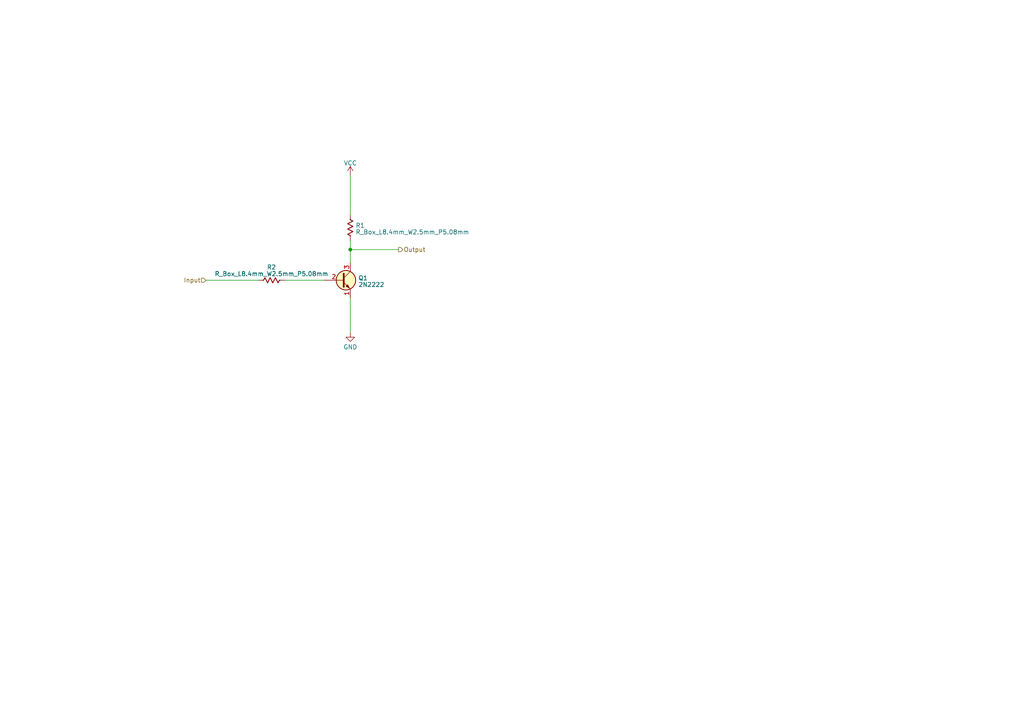
<source format=kicad_sch>
(kicad_sch (version 20230121) (generator eeschema)
  (paper "A4")
  (title_block (title "Diode Transistor Logic - 4 to 16 Address Decoder") (date "2023-03-08") (rev "1") (company "Out-of-Band Development") (comment 1 "Matthew Whited"))
  (lib_symbols
    (symbol "PCM_Resistor_US_AKL:R_Box_L8.4mm_W2.5mm_P5.08mm" (pin_numbers hide) (pin_names (offset 0))
      (property "Reference" "R" (at 2.54 1.27 0))
      (property "Value" "R_Box_L8.4mm_W2.5mm_P5.08mm" (at 2.54 -1.27 0))
      (symbol "R_Box_L8.4mm_W2.5mm_P5.08mm_0_1"
        (polyline (pts (xy 0 -2.286) (xy 0 -2.54)) (stroke (width 0.254)))
        (polyline (pts (xy 0 2.286) (xy 0 2.54)) (stroke (width 0.254)))
        (polyline (pts (xy 0 2.286) (xy 0.762 1.905) (xy -0.762 1.143) (xy 0 0.762) (xy 0.762 0.381) (xy 0 0) (xy -0.762 -0.381) (xy 0 -0.762) (xy 0.762 -1.143) (xy 0 -1.524) (xy -0.762 -1.905) (xy 0 -2.286)) (stroke (width 0.254)))
      )
      (symbol "R_Box_L8.4mm_W2.5mm_P5.08mm_1_1"
        (pin passive line (at 0 3.81 270) (length 1.27) (name "~") (number "1"))
        (pin passive line (at 0 -3.81 90) (length 1.27) (name "~") (number "2"))
      )
    )
    (symbol "PCM_Transistor_BJT_AKL:2N2222" (pin_names hide)
      (property "Reference" "Q" (at 5.08 1.27 0))
      (property "Value" "2N2222" (at 5.08 -1.27 0))
      (symbol "2N2222_0_1"
        (polyline (pts (xy 0.635 0.635) (xy 2.54 2.54)))
        (polyline (pts (xy 0.635 -0.635) (xy 2.54 -2.54) (xy 2.54 -2.54)))
        (polyline (pts (xy 0.635 1.905) (xy 0.635 -1.905) (xy 0.635 -1.905)) (stroke (width 0.508)))
        (polyline (pts (xy 1.27 -1.778) (xy 1.778 -1.27) (xy 2.286 -2.286) (xy 1.27 -1.778) (xy 1.27 -1.778)) (fill (type outline)))
        (circle (center 1.27 0) (radius 2.8194) (stroke (width 0.254)) (fill (type background)))
      )
      (symbol "2N2222_1_1"
        (pin passive line (at 2.54 -5.08 90) (length 2.54) (name "E") (number "1"))
        (pin passive line (at -5.08 0 0) (length 5.715) (name "B") (number "2"))
        (pin passive line (at 2.54 5.08 270) (length 2.54) (name "C") (number "3"))
      )
    )
    (symbol "power:GND" (power) (pin_names (offset 0))
      (property "Value" "GND" (at 0 -3.81 0))
      (symbol "GND_0_1"
        (polyline (pts (xy 0 0) (xy 0 -1.27) (xy 1.27 -1.27) (xy 0 -2.54) (xy -1.27 -1.27) (xy 0 -1.27)))
      )
      (symbol "GND_1_1"
        (pin power_in line (at 0 0 270) (length 0) hide (name "GND") (number "1"))
      )
    )
    (symbol "power:VCC" (power) (pin_names (offset 0))
      (property "Value" "VCC" (at 0 3.81 0))
      (symbol "VCC_0_1"
        (polyline (pts (xy -0.762 1.27) (xy 0 2.54)))
        (polyline (pts (xy 0 0) (xy 0 2.54)))
        (polyline (pts (xy 0 2.54) (xy 0.762 1.27)))
      )
      (symbol "VCC_1_1"
        (pin power_in line (at 0 0 90) (length 0) hide (name "VCC") (number "1"))
      )
    )
  )
  (junction (at 101.6 72.39))
  (wire (pts (xy 82.55 81.28) (xy 93.98 81.28)))
  (wire (pts (xy 101.6 72.39) (xy 101.6 76.2)))
  (wire (pts (xy 101.6 50.8) (xy 101.6 62.23)))
  (wire (pts (xy 101.6 69.85) (xy 101.6 72.39)))
  (wire (pts (xy 59.69 81.28) (xy 74.93 81.28)))
  (wire (pts (xy 101.6 72.39) (xy 115.57 72.39)))
  (wire (pts (xy 101.6 86.36) (xy 101.6 96.52)))
  (hierarchical_label "Output" (shape output) (at 115.57 72.39 0))
  (hierarchical_label "Input" (shape input) (at 59.69 81.28 180))
  (symbol (lib_id "PCM_Transistor_BJT_AKL:2N2222") (at 99.06 81.28 0) (unit 1)
    (property "Reference" "Q1" (at 103.9114 80.6363 0) (effects (justify left)))
    (property "Value" "2N2222" (at 103.9114 82.5573 0) (effects (justify left)))
    (property "Footprint" "Package_TO_SOT_THT_AKL:TO-18-3_EBC" (effects hide))
    (property "Datasheet" "https://www.farnell.com/datasheets/296640.pdf" (effects hide))
    (instances (project "Address Decoder - 4 to 16" (path "" (reference "Q1") (unit 1)) (path "" (reference "Q2") (unit 1)) (path "" (reference "Q3") (unit 1)) (path "" (reference "Q4") (unit 1))))
  )
  (symbol (lib_id "PCM_Resistor_US_AKL:R_Box_L8.4mm_W2.5mm_P5.08mm") (at 78.74 81.28 90) (unit 1)
    (property "Reference" "R2" (at 78.74 77.5081 90))
    (property "Value" "R_Box_L8.4mm_W2.5mm_P5.08mm" (at 78.74 79.4291 90))
    (property "Footprint" "Resistor_THT_US_AKL:R_Box_L8.4mm_W2.5mm_P5.08mm" (effects hide))
    (instances (project "Address Decoder - 4 to 16" (path "" (reference "R2") (unit 1)) (path "" (reference "R4") (unit 1)) (path "" (reference "R6") (unit 1)) (path "" (reference "R8") (unit 1))))
  )
  (symbol (lib_id "PCM_Resistor_US_AKL:R_Box_L8.4mm_W2.5mm_P5.08mm") (at 101.6 66.04 0) (unit 1)
    (property "Reference" "R1" (at 103.124 65.3963 0) (effects (justify left)))
    (property "Value" "R_Box_L8.4mm_W2.5mm_P5.08mm" (at 103.124 67.3173 0) (effects (justify left)))
    (property "Footprint" "Resistor_THT_US_AKL:R_Box_L8.4mm_W2.5mm_P5.08mm" (effects hide))
    (instances (project "Address Decoder - 4 to 16" (path "" (reference "R1") (unit 1)) (path "" (reference "R3") (unit 1)) (path "" (reference "R5") (unit 1)) (path "" (reference "R7") (unit 1))))
  )
  (symbol (lib_id "power:GND") (at 101.6 96.52 0) (unit 1)
    (property "Reference" "#PWR01" (effects hide))
    (property "Value" "GND" (at 101.6 100.6555 0))
    (instances (project "Address Decoder - 4 to 16" (path "" (reference "#PWR01") (unit 1)) (path "" (reference "#PWR04") (unit 1)) (path "" (reference "#PWR06") (unit 1)) (path "" (reference "#PWR08") (unit 1))))
  )
  (symbol (lib_id "power:VCC") (at 101.6 50.8 0) (unit 1)
    (property "Reference" "#PWR02" (effects hide))
    (property "Value" "VCC" (at 101.6 47.2981 0))
    (instances (project "Address Decoder - 4 to 16" (path "" (reference "#PWR02") (unit 1)) (path "" (reference "#PWR03") (unit 1)) (path "" (reference "#PWR05") (unit 1)) (path "" (reference "#PWR07") (unit 1))))
  )
)
</source>
